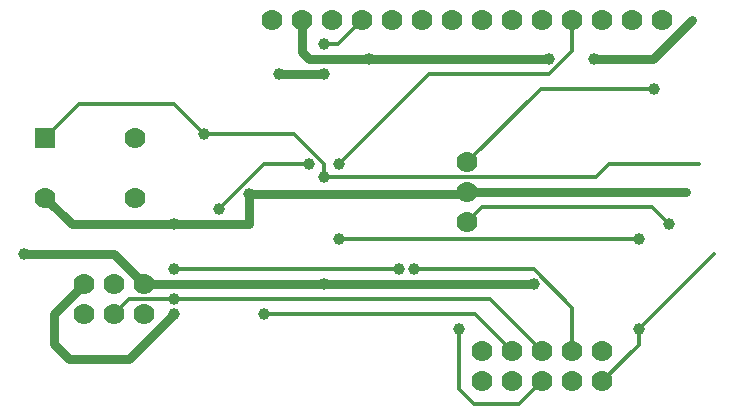
<source format=gbr>
G04 GERBER ASCII OUTPUT FROM: EDWINXP (VER. 1.20 REV. 20030502)*
G04 GERBER FORMAT: RX-274-X*
G04 BOARD: SERIAL_LCD_VER3*
G04 ARTWORK OF SOLD.LAYER POSITIVE*
%ASAXBY*%
%FSLAX23Y23*%
%MIA0B0*%
%MOIN*%
%OFA0.0000B0.0000*%
%SFA1B1*%
%IJA0B0*%
%INLAYER29POS*%
%IOA0B0*%
%IPPOS*%
%IR0*%
G04 APERTURE MACROS*
%AMEDWDONUT*
1,1,$1,$2,$3*
1,0,$4,$2,$3*
%
%AMEDWFRECT*
20,1,$1,$2,$3,$4,$5,$6*
%
%AMEDWORECT*
20,1,$1,$2,$3,$4,$5,$10*
20,1,$1,$4,$5,$6,$7,$10*
20,1,$1,$6,$7,$8,$9,$10*
20,1,$1,$8,$9,$2,$3,$10*
1,1,$1,$2,$3*
1,1,$1,$4,$5*
1,1,$1,$6,$7*
1,1,$1,$8,$9*
%
%AMEDWLINER*
20,1,$1,$2,$3,$4,$5,$6*
1,1,$1,$2,$3*
1,1,$1,$4,$5*
%
%AMEDWFTRNG*
4,1,3,$1,$2,$3,$4,$5,$6,$7,$8,$9*
%
%AMEDWATRNG*
4,1,3,$1,$2,$3,$4,$5,$6,$7,$8,$9*
20,1,$11,$1,$2,$3,$4,$10*
20,1,$11,$3,$4,$5,$6,$10*
20,1,$11,$5,$6,$7,$8,$10*
1,1,$11,$3,$4*
1,1,$11,$5,$6*
1,1,$11,$7,$8*
%
%AMEDWOTRNG*
20,1,$1,$2,$3,$4,$5,$8*
20,1,$1,$4,$5,$6,$7,$8*
20,1,$1,$6,$7,$2,$3,$8*
1,1,$1,$2,$3*
1,1,$1,$4,$5*
1,1,$1,$6,$7*
%
G04*
G04 APERTURE LIST*
%ADD10R,0.0500X0.0580*%
%ADD11R,0.0740X0.0820*%
%ADD12R,0.0400X0.0480*%
%ADD13R,0.0640X0.0720*%
%ADD14R,0.0650X0.0700*%
%ADD15R,0.0890X0.0940*%
%ADD16R,0.0550X0.0600*%
%ADD17R,0.0790X0.0840*%
%ADD18R,0.0700X0.0650*%
%ADD19R,0.0940X0.0890*%
%ADD20R,0.0600X0.0550*%
%ADD21R,0.0840X0.0790*%
%ADD22R,0.0900X0.0350*%
%ADD23R,0.1140X0.0590*%
%ADD24R,0.0800X0.0250*%
%ADD25R,0.1040X0.0490*%
%ADD26R,0.0800X0.0800*%
%ADD27R,0.1040X0.1040*%
%ADD28R,0.0700X0.0700*%
%ADD29R,0.0940X0.0940*%
%ADD30C,0.0010*%
%ADD32C,0.0020*%
%ADD33R,0.0020X0.0020*%
%ADD34C,0.0030*%
%ADD35R,0.0030X0.0030*%
%ADD36C,0.0040*%
%ADD37R,0.0040X0.0040*%
%ADD38C,0.0050*%
%ADD39R,0.0050X0.0050*%
%ADD40C,0.00787*%
%ADD41R,0.00787X0.00787*%
%ADD42C,0.00795*%
%ADD44C,0.00894*%
%ADD46C,0.00984*%
%ADD47R,0.00984X0.00984*%
%ADD48C,0.0120*%
%ADD50C,0.01299*%
%ADD52C,0.01969*%
%ADD53R,0.01969X0.01969*%
%ADD54C,0.0250*%
%ADD56C,0.02784*%
%ADD58C,0.0280*%
%ADD60C,0.0290*%
%ADD62C,0.0300*%
%ADD64C,0.03195*%
%ADD66C,0.03294*%
%ADD68C,0.0360*%
%ADD70C,0.03699*%
%ADD72C,0.03937*%
%ADD73R,0.03937X0.03937*%
%ADD74C,0.0490*%
%ADD76C,0.0500*%
%ADD77R,0.0500X0.0500*%
%ADD78C,0.05184*%
%ADD80C,0.0540*%
%ADD82C,0.05487*%
%ADD84C,0.0560*%
%ADD86C,0.05906*%
%ADD87R,0.05906X0.05906*%
%ADD88C,0.0600*%
%ADD89R,0.0600X0.0600*%
%ADD90C,0.0620*%
%ADD92C,0.06906*%
%ADD93R,0.06906X0.06906*%
%ADD94C,0.0700*%
%ADD95R,0.0700X0.0700*%
%ADD96C,0.07087*%
%ADD98C,0.07887*%
%ADD100C,0.0800*%
%ADD102C,0.0860*%
%ADD104C,0.08858*%
%ADD105R,0.08858X0.08858*%
%ADD106C,0.0940*%
%ADD108C,0.09843*%
%ADD109R,0.09843X0.09843*%
%ADD110C,0.1040*%
%ADD112C,0.1100*%
%ADD115R,0.11258X0.11258*%
%ADD117R,0.12243X0.12243*%
%ADD118C,0.22243*%
%ADD119R,0.22243X0.22243*%
%ADD120C,0.32243*%
%ADD121R,0.32243X0.32243*%
%ADD122C,0.42243*%
%ADD123R,0.42243X0.42243*%
%ADD124C,0.52243*%
%ADD125R,0.52243X0.52243*%
%ADD126C,0.62243*%
%ADD127R,0.62243X0.62243*%
%ADD128C,0.72243*%
%ADD129R,0.72243X0.72243*%
%ADD130C,0.82243*%
%ADD131R,0.82243X0.82243*%
%ADD132C,0.92243*%
%ADD133R,0.92243X0.92243*%
%ADD134C,1.02243*%
%ADD135R,1.02243X1.02243*%
%ADD136C,1.12243*%
%ADD137R,1.12243X1.12243*%
%ADD138C,1.22243*%
%ADD139R,1.22243X1.22243*%
%ADD140C,1.32243*%
%ADD141R,1.32243X1.32243*%
%ADD142C,1.42243*%
%ADD143R,1.42243X1.42243*%
%ADD144C,1.52243*%
%ADD145R,1.52243X1.52243*%
%ADD146C,1.62243*%
%ADD147R,1.62243X1.62243*%
%ADD148C,1.72243*%
%ADD149R,1.72243X1.72243*%
%ADD150C,1.82243*%
%ADD151R,1.82243X1.82243*%
%ADD152C,1.92243*%
%ADD153R,1.92243X1.92243*%
G04*
D94* 
X2231Y217D02*D03*
X2231Y117D02*D03*
X2131Y217D02*D03*
X2131Y117D02*D03*
X2031Y217D02*D03*
X2031Y117D02*D03*
X1931Y217D02*D03*
X1931Y117D02*D03*
X1831Y217D02*D03*
X1831Y117D02*D03*
X2628Y1319D02*D03*
X2528Y1319D02*D03*
X2428Y1319D02*D03*
X2328Y1319D02*D03*
X2228Y1319D02*D03*
X2128Y1319D02*D03*
X2028Y1319D02*D03*
X1928Y1319D02*D03*
X1828Y1319D02*D03*
X1728Y1319D02*D03*
X1628Y1319D02*D03*
X1528Y1319D02*D03*
X1428Y1319D02*D03*
X1328Y1319D02*D03*
X1228Y1319D02*D03*
X1128Y1319D02*D03*
X1781Y846D02*D03*
X1781Y746D02*D03*
X1781Y646D02*D03*
X502Y340D02*D03*
X602Y340D02*D03*
X702Y340D02*D03*
D28* 
X374Y928D02*D03*
D94* 
X374Y728D02*D03*
X674Y728D02*D03*
X674Y928D02*D03*
X702Y440D02*D03*
X602Y440D02*D03*
X502Y440D02*D03*
D72* 
X1302Y796D02*D03*
X2452Y640D02*D03*
X2402Y1090D02*D03*
X2052Y1190D02*D03*
X2202Y1190D02*D03*
X302Y540D02*D03*
X2002Y440D02*D03*
X1302Y440D02*D03*
X1452Y1190D02*D03*
X1302Y1140D02*D03*
X802Y340D02*D03*
X802Y640D02*D03*
X1152Y1140D02*D03*
X1052Y740D02*D03*
X2552Y790D02*D03*
X1102Y340D02*D03*
X2352Y590D02*D03*
X1352Y590D02*D03*
X1352Y840D02*D03*
X1302Y1240D02*D03*
X802Y390D02*D03*
X1752Y290D02*D03*
X952Y690D02*D03*
X1252Y840D02*D03*
X1602Y490D02*D03*
X802Y490D02*D03*
X1552Y490D02*D03*
X902Y940D02*D03*
X2352Y290D02*D03*
D62* 
X502Y440D02*
X402Y340D01*
X402Y240D01*
X452Y190D01*
X652Y190D01*
X802Y340D01*
X374Y728D02*
X463Y640D01*
X802Y640D01*
X1052Y740D02*
X1052Y640D01*
X802Y640D01*
X1781Y746D02*
X1775Y740D01*
X1052Y740D01*
X1781Y746D02*
X2509Y746D01*
X2552Y790D01*
X2202Y1190D02*
X2399Y1190D01*
X2528Y1319D01*
X702Y440D02*
X602Y540D01*
X302Y540D01*
X1302Y440D02*
X2002Y440D01*
X702Y440D02*
X1302Y440D01*
X1152Y1140D02*
X1302Y1140D01*
D50* 
X2352Y290D02*
X2352Y238D01*
X2231Y117D01*
X902Y940D02*
X802Y1040D01*
X485Y1040D01*
X374Y928D01*
X902Y940D02*
X1202Y940D01*
X1302Y840D01*
X1302Y796D01*
X2352Y290D02*
X2602Y540D01*
X2602Y790D01*
X2552Y840D01*
X2252Y840D01*
X2209Y796D01*
X1302Y796D01*
X1781Y646D02*
X1831Y696D01*
X2395Y696D01*
X2452Y640D01*
X1781Y846D02*
X2025Y1090D01*
X2402Y1090D01*
D62* 
X1452Y1190D02*
X1252Y1190D01*
X1228Y1214D01*
X1228Y1319D01*
X1452Y1190D02*
X2052Y1190D01*
D50* 
X1602Y490D02*
X2002Y490D01*
X2131Y361D01*
X2131Y217D01*
X802Y490D02*
X1552Y490D01*
X1352Y840D02*
X1652Y1140D01*
X2052Y1140D01*
X2128Y1216D01*
X2128Y1319D01*
X1302Y1240D02*
X1349Y1240D01*
X1428Y1319D01*
X802Y390D02*
X1857Y390D01*
X2031Y217D01*
X802Y390D02*
X652Y390D01*
X602Y340D01*
X1752Y290D02*
X1752Y90D01*
X1802Y40D01*
X1954Y40D01*
X2031Y117D01*
X952Y690D02*
X1102Y840D01*
X1252Y840D01*
X1102Y340D02*
X1807Y340D01*
X1931Y217D01*
X2352Y590D02*
X1352Y590D01*
M02*

</source>
